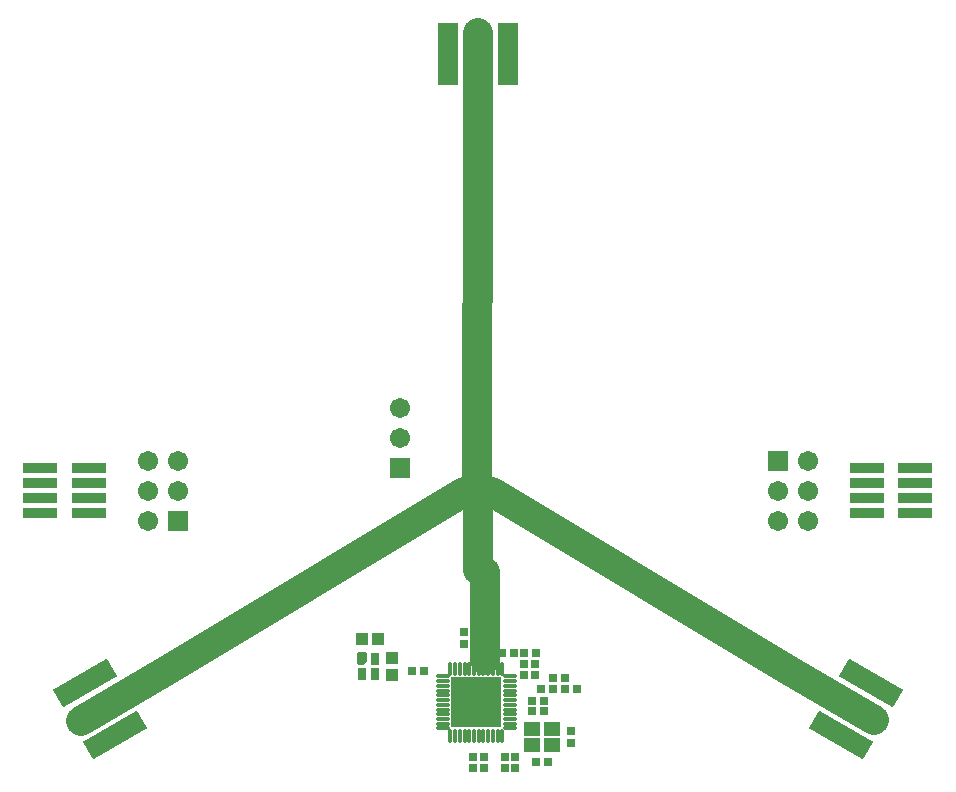
<source format=gts>
%FSLAX25Y25*%
%MOIN*%
G70*
G01*
G75*
G04 Layer_Color=8388736*
%ADD10O,0.03740X0.00787*%
%ADD11O,0.00787X0.03740*%
%ADD12R,0.16142X0.16142*%
%ADD13R,0.10984X0.02913*%
%ADD14R,0.02362X0.01969*%
%ADD15R,0.01969X0.02362*%
G04:AMPARAMS|DCode=16|XSize=19.69mil|YSize=23.62mil|CornerRadius=0mil|HoleSize=0mil|Usage=FLASHONLY|Rotation=60.000|XOffset=0mil|YOffset=0mil|HoleType=Round|Shape=Rectangle|*
%AMROTATEDRECTD16*
4,1,4,0.00531,-0.01443,-0.01515,-0.00262,-0.00531,0.01443,0.01515,0.00262,0.00531,-0.01443,0.0*
%
%ADD16ROTATEDRECTD16*%

G04:AMPARAMS|DCode=17|XSize=27.56mil|YSize=47.24mil|CornerRadius=0mil|HoleSize=0mil|Usage=FLASHONLY|Rotation=135.000|XOffset=0mil|YOffset=0mil|HoleType=Round|Shape=Rectangle|*
%AMROTATEDRECTD17*
4,1,4,0.02645,0.00696,-0.00696,-0.02645,-0.02645,-0.00696,0.00696,0.02645,0.02645,0.00696,0.0*
%
%ADD17ROTATEDRECTD17*%

G04:AMPARAMS|DCode=18|XSize=13.78mil|YSize=7.87mil|CornerRadius=0mil|HoleSize=0mil|Usage=FLASHONLY|Rotation=315.000|XOffset=0mil|YOffset=0mil|HoleType=Round|Shape=Rectangle|*
%AMROTATEDRECTD18*
4,1,4,-0.00766,0.00209,-0.00209,0.00766,0.00766,-0.00209,0.00209,-0.00766,-0.00766,0.00209,0.0*
%
%ADD18ROTATEDRECTD18*%

G04:AMPARAMS|DCode=19|XSize=200mil|YSize=59.84mil|CornerRadius=0mil|HoleSize=0mil|Usage=FLASHONLY|Rotation=330.000|XOffset=0mil|YOffset=0mil|HoleType=Round|Shape=Rectangle|*
%AMROTATEDRECTD19*
4,1,4,-0.10156,0.02409,-0.07164,0.07591,0.10156,-0.02409,0.07164,-0.07591,-0.10156,0.02409,0.0*
%
%ADD19ROTATEDRECTD19*%

%ADD20R,0.05984X0.20000*%
%ADD21R,0.03150X0.01181*%
G04:AMPARAMS|DCode=22|XSize=19.69mil|YSize=23.62mil|CornerRadius=0mil|HoleSize=0mil|Usage=FLASHONLY|Rotation=300.000|XOffset=0mil|YOffset=0mil|HoleType=Round|Shape=Rectangle|*
%AMROTATEDRECTD22*
4,1,4,-0.01515,0.00262,0.00531,0.01443,0.01515,-0.00262,-0.00531,-0.01443,-0.01515,0.00262,0.0*
%
%ADD22ROTATEDRECTD22*%

G04:AMPARAMS|DCode=23|XSize=200mil|YSize=59.84mil|CornerRadius=0mil|HoleSize=0mil|Usage=FLASHONLY|Rotation=30.000|XOffset=0mil|YOffset=0mil|HoleType=Round|Shape=Rectangle|*
%AMROTATEDRECTD23*
4,1,4,-0.07164,-0.07591,-0.10156,-0.02409,0.07164,0.07591,0.10156,0.02409,-0.07164,-0.07591,0.0*
%
%ADD23ROTATEDRECTD23*%

%ADD24R,0.04724X0.04331*%
%ADD25R,0.02362X0.03347*%
%ADD26R,0.00394X0.00394*%
%ADD27R,0.03543X0.03150*%
%ADD28R,0.03150X0.03543*%
%ADD29C,0.01000*%
%ADD30C,0.02000*%
%ADD31C,0.00600*%
%ADD32R,0.05906X0.05906*%
%ADD33C,0.05906*%
%ADD34C,0.02000*%
%ADD35R,0.05787X0.02913*%
%ADD36R,0.05118X0.03937*%
%ADD37C,0.00984*%
%ADD38C,0.00787*%
%ADD39C,0.00800*%
%ADD40C,0.10000*%
%ADD41O,0.04540X0.01587*%
%ADD42O,0.01587X0.04540*%
%ADD43R,0.16942X0.16942*%
%ADD44R,0.11784X0.03713*%
%ADD45R,0.03162X0.02769*%
%ADD46R,0.02769X0.03162*%
G04:AMPARAMS|DCode=47|XSize=27.69mil|YSize=31.62mil|CornerRadius=0mil|HoleSize=0mil|Usage=FLASHONLY|Rotation=60.000|XOffset=0mil|YOffset=0mil|HoleType=Round|Shape=Rectangle|*
%AMROTATEDRECTD47*
4,1,4,0.00677,-0.01989,-0.02061,-0.00408,-0.00677,0.01989,0.02061,0.00408,0.00677,-0.01989,0.0*
%
%ADD47ROTATEDRECTD47*%

G04:AMPARAMS|DCode=48|XSize=35.56mil|YSize=55.24mil|CornerRadius=0mil|HoleSize=0mil|Usage=FLASHONLY|Rotation=135.000|XOffset=0mil|YOffset=0mil|HoleType=Round|Shape=Rectangle|*
%AMROTATEDRECTD48*
4,1,4,0.03210,0.00696,-0.00696,-0.03210,-0.03210,-0.00696,0.00696,0.03210,0.03210,0.00696,0.0*
%
%ADD48ROTATEDRECTD48*%

G04:AMPARAMS|DCode=49|XSize=21.78mil|YSize=15.87mil|CornerRadius=0mil|HoleSize=0mil|Usage=FLASHONLY|Rotation=315.000|XOffset=0mil|YOffset=0mil|HoleType=Round|Shape=Rectangle|*
%AMROTATEDRECTD49*
4,1,4,-0.01331,0.00209,-0.00209,0.01331,0.01331,-0.00209,0.00209,-0.01331,-0.01331,0.00209,0.0*
%
%ADD49ROTATEDRECTD49*%

G04:AMPARAMS|DCode=50|XSize=208mil|YSize=67.84mil|CornerRadius=0mil|HoleSize=0mil|Usage=FLASHONLY|Rotation=330.000|XOffset=0mil|YOffset=0mil|HoleType=Round|Shape=Rectangle|*
%AMROTATEDRECTD50*
4,1,4,-0.10703,0.02262,-0.07311,0.08138,0.10703,-0.02262,0.07311,-0.08138,-0.10703,0.02262,0.0*
%
%ADD50ROTATEDRECTD50*%

%ADD51R,0.06784X0.20800*%
%ADD52R,0.03950X0.01981*%
G04:AMPARAMS|DCode=53|XSize=27.69mil|YSize=31.62mil|CornerRadius=0mil|HoleSize=0mil|Usage=FLASHONLY|Rotation=300.000|XOffset=0mil|YOffset=0mil|HoleType=Round|Shape=Rectangle|*
%AMROTATEDRECTD53*
4,1,4,-0.02061,0.00408,0.00677,0.01989,0.02061,-0.00408,-0.00677,-0.01989,-0.02061,0.00408,0.0*
%
%ADD53ROTATEDRECTD53*%

G04:AMPARAMS|DCode=54|XSize=208mil|YSize=67.84mil|CornerRadius=0mil|HoleSize=0mil|Usage=FLASHONLY|Rotation=30.000|XOffset=0mil|YOffset=0mil|HoleType=Round|Shape=Rectangle|*
%AMROTATEDRECTD54*
4,1,4,-0.07311,-0.08138,-0.10703,-0.02262,0.07311,0.08138,0.10703,0.02262,-0.07311,-0.08138,0.0*
%
%ADD54ROTATEDRECTD54*%

%ADD55R,0.05524X0.05131*%
%ADD56R,0.03162X0.04147*%
%ADD57R,0.01194X0.01194*%
%ADD58R,0.04343X0.03950*%
%ADD59R,0.03950X0.04343*%
%ADD60R,0.06706X0.06706*%
%ADD61C,0.06706*%
%ADD62C,0.02800*%
G36*
X-37432Y-53772D02*
X-37380Y-53782D01*
X-37331Y-53799D01*
X-37284Y-53822D01*
X-37240Y-53851D01*
X-37201Y-53886D01*
X-37166Y-53925D01*
X-37137Y-53969D01*
X-37114Y-54016D01*
X-37097Y-54066D01*
X-37087Y-54117D01*
X-37083Y-54169D01*
Y-56728D01*
X-37087Y-56781D01*
X-37097Y-56832D01*
X-37114Y-56882D01*
X-37137Y-56929D01*
X-37166Y-56972D01*
X-37201Y-57012D01*
X-37988Y-57799D01*
X-38028Y-57834D01*
X-38071Y-57863D01*
X-38118Y-57886D01*
X-38168Y-57903D01*
X-38219Y-57913D01*
X-38272Y-57917D01*
X-39847D01*
X-39899Y-57913D01*
X-39950Y-57903D01*
X-40000Y-57886D01*
X-40047Y-57863D01*
X-40091Y-57834D01*
X-40130Y-57799D01*
X-40165Y-57760D01*
X-40194Y-57716D01*
X-40217Y-57669D01*
X-40234Y-57620D01*
X-40244Y-57568D01*
X-40247Y-57516D01*
Y-54169D01*
X-40244Y-54117D01*
X-40234Y-54066D01*
X-40217Y-54016D01*
X-40194Y-53969D01*
X-40165Y-53925D01*
X-40130Y-53886D01*
X-40091Y-53851D01*
X-40047Y-53822D01*
X-40000Y-53799D01*
X-39950Y-53782D01*
X-39899Y-53772D01*
X-39847Y-53768D01*
X-37484D01*
X-37432Y-53772D01*
D02*
G37*
D40*
X-0Y-12531D02*
Y-4500D01*
Y-26500D02*
Y-12531D01*
X4700Y-400D02*
X104067Y-60039D01*
X-200Y4400D02*
X-0Y120079D01*
X-104067Y-60039D02*
X-4500Y-200D01*
X-0Y120079D02*
X0Y152500D01*
X104067Y-60039D02*
X132023Y-76360D01*
X-132284Y-76512D02*
X-104067Y-60039D01*
X2400Y-56400D02*
Y-27100D01*
D41*
X10721Y-79161D02*
D03*
Y-77587D02*
D03*
Y-76012D02*
D03*
Y-74437D02*
D03*
Y-72862D02*
D03*
Y-71287D02*
D03*
Y-69713D02*
D03*
Y-68138D02*
D03*
Y-66563D02*
D03*
Y-64988D02*
D03*
Y-63413D02*
D03*
Y-61839D02*
D03*
X-11721D02*
D03*
Y-63413D02*
D03*
Y-64988D02*
D03*
Y-66563D02*
D03*
Y-68138D02*
D03*
Y-69713D02*
D03*
Y-71287D02*
D03*
Y-72862D02*
D03*
Y-74437D02*
D03*
Y-76012D02*
D03*
Y-77587D02*
D03*
Y-79161D02*
D03*
D42*
X8161Y-59280D02*
D03*
X6587D02*
D03*
X5012D02*
D03*
X3437D02*
D03*
X1862D02*
D03*
X287D02*
D03*
X-1287D02*
D03*
X-2862D02*
D03*
X-4437D02*
D03*
X-6012D02*
D03*
X-7587D02*
D03*
X-9161D02*
D03*
Y-81721D02*
D03*
X-7587D02*
D03*
X-6012D02*
D03*
X-4437D02*
D03*
X-2862D02*
D03*
X-1287D02*
D03*
X287D02*
D03*
X1862D02*
D03*
X3437D02*
D03*
X5012D02*
D03*
X6587D02*
D03*
X8161D02*
D03*
D43*
X-500Y-70500D02*
D03*
D44*
X-145807Y7500D02*
D03*
Y2500D02*
D03*
Y-2500D02*
D03*
Y-7500D02*
D03*
X-129783Y7500D02*
D03*
Y2500D02*
D03*
Y-2500D02*
D03*
Y-7500D02*
D03*
X129783Y7500D02*
D03*
Y2500D02*
D03*
Y-2500D02*
D03*
Y-7500D02*
D03*
X145807Y7500D02*
D03*
Y2500D02*
D03*
Y-2500D02*
D03*
Y-7500D02*
D03*
D45*
X18032Y-73500D02*
D03*
X21969D02*
D03*
X29032Y-66000D02*
D03*
X32969D02*
D03*
X28969Y-62500D02*
D03*
X25032D02*
D03*
X24969Y-66000D02*
D03*
X21032D02*
D03*
X15531Y-54000D02*
D03*
X19468D02*
D03*
X-21969Y-60000D02*
D03*
X-18032D02*
D03*
X11969Y-54000D02*
D03*
X8032D02*
D03*
X21969Y-70000D02*
D03*
X18032D02*
D03*
X19532Y-90500D02*
D03*
X23469D02*
D03*
D46*
X19000Y-57531D02*
D03*
Y-61468D02*
D03*
X15500Y-57531D02*
D03*
Y-61468D02*
D03*
X-0Y-12531D02*
D03*
Y-16468D02*
D03*
X500Y-37031D02*
D03*
Y-40968D02*
D03*
X4500Y-37031D02*
D03*
Y-40968D02*
D03*
X-0Y120079D02*
D03*
Y116142D02*
D03*
X-1500Y-92469D02*
D03*
Y-88532D02*
D03*
X-4500Y-47032D02*
D03*
Y-50968D02*
D03*
X2000Y-92469D02*
D03*
Y-88532D02*
D03*
X12500Y-92469D02*
D03*
Y-88532D02*
D03*
X9000Y-92469D02*
D03*
Y-88532D02*
D03*
X31000Y-80032D02*
D03*
Y-83969D02*
D03*
D47*
X104067Y-60039D02*
D03*
X100657Y-58071D02*
D03*
D48*
X0Y0D02*
D03*
D49*
X-348Y3689D02*
D03*
X-1462Y2575D02*
D03*
X-2575Y1462D02*
D03*
X-3689Y348D02*
D03*
X3689Y-348D02*
D03*
X2575Y-1462D02*
D03*
X1462Y-2575D02*
D03*
X348Y-3689D02*
D03*
D50*
X125984Y-72835D02*
D03*
X120984Y-81495D02*
D03*
X130984Y-64174D02*
D03*
D51*
X0Y145669D02*
D03*
X10000D02*
D03*
X-10000D02*
D03*
D52*
X5059Y-26941D02*
D03*
Y-29500D02*
D03*
Y-32059D02*
D03*
X-59D02*
D03*
Y-29500D02*
D03*
Y-26941D02*
D03*
D53*
X-104067Y-60039D02*
D03*
X-100657Y-58071D02*
D03*
D54*
X-125984Y-72835D02*
D03*
X-120984Y-81495D02*
D03*
X-130984Y-64174D02*
D03*
D55*
X24847Y-79244D02*
D03*
X18154D02*
D03*
Y-84756D02*
D03*
X24847D02*
D03*
D56*
X-34335Y-55843D02*
D03*
Y-61158D02*
D03*
X-38665D02*
D03*
D57*
X-39000Y-55000D02*
D03*
D58*
X-28500Y-55744D02*
D03*
Y-61256D02*
D03*
D59*
X-33244Y-49500D02*
D03*
X-38756D02*
D03*
D60*
X-100000Y-10000D02*
D03*
X100000Y10000D02*
D03*
X-26000Y7600D02*
D03*
D61*
X-110000Y-10000D02*
D03*
X-100000Y0D02*
D03*
X-110000D02*
D03*
X-100000Y10000D02*
D03*
X-110000D02*
D03*
X110000D02*
D03*
X100000Y0D02*
D03*
X110000D02*
D03*
X100000Y-10000D02*
D03*
X110000D02*
D03*
X-26000Y17600D02*
D03*
Y27600D02*
D03*
D62*
X5996Y-76996D02*
D03*
X1665D02*
D03*
X-2665D02*
D03*
X-6996D02*
D03*
X5996Y-72665D02*
D03*
X1665D02*
D03*
X-2665D02*
D03*
X-6996D02*
D03*
X5996Y-68335D02*
D03*
X1665D02*
D03*
X-2665D02*
D03*
X-6996D02*
D03*
X5996Y-64004D02*
D03*
X1665D02*
D03*
X-2665D02*
D03*
X-6996D02*
D03*
M02*

</source>
